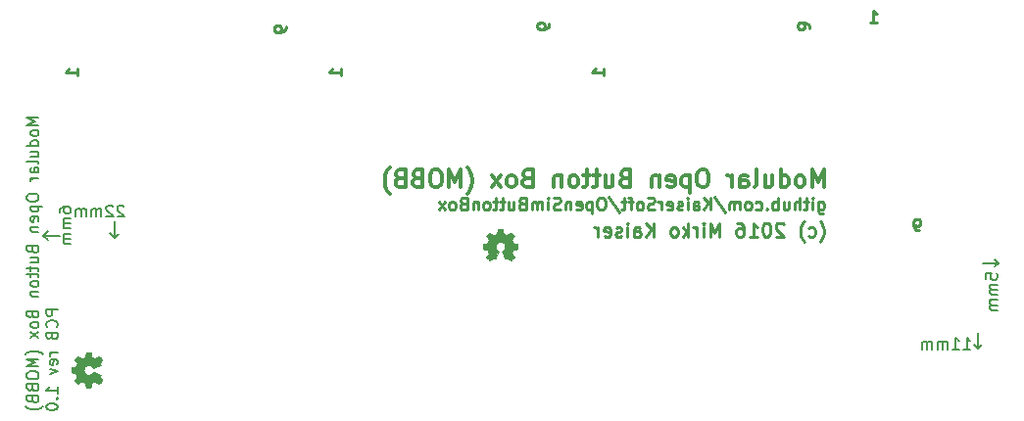
<source format=gbo>
G04 #@! TF.FileFunction,Legend,Bot*
%FSLAX46Y46*%
G04 Gerber Fmt 4.6, Leading zero omitted, Abs format (unit mm)*
G04 Created by KiCad (PCBNEW 4.0.4-stable) date 01/15/17 13:01:21*
%MOMM*%
%LPD*%
G01*
G04 APERTURE LIST*
%ADD10C,0.100000*%
%ADD11C,0.200000*%
%ADD12C,0.150000*%
%ADD13C,0.250000*%
%ADD14C,0.300000*%
%ADD15C,0.002540*%
G04 APERTURE END LIST*
D10*
D11*
X260300000Y-131020000D02*
X259990000Y-131330000D01*
X260000000Y-130720000D02*
X260300000Y-131020000D01*
X260320000Y-131040000D02*
X260000000Y-130720000D01*
X258920000Y-131040000D02*
X260320000Y-131040000D01*
X258525000Y-138417500D02*
X258885000Y-138057500D01*
X258155000Y-138047500D02*
X258525000Y-138417500D01*
X258525000Y-138417500D02*
X258155000Y-138047500D01*
X258525000Y-137077500D02*
X258525000Y-138417500D01*
X178170000Y-129032000D02*
X178180000Y-129032000D01*
X177780000Y-128642000D02*
X178170000Y-129032000D01*
X178190000Y-128232000D02*
X177780000Y-128642000D01*
X177790000Y-128632000D02*
X178190000Y-128232000D01*
X179170000Y-128632000D02*
X177790000Y-128632000D01*
D12*
X177347381Y-118396186D02*
X176347381Y-118396186D01*
X177061667Y-118729520D01*
X176347381Y-119062853D01*
X177347381Y-119062853D01*
X177347381Y-119681900D02*
X177299762Y-119586662D01*
X177252143Y-119539043D01*
X177156905Y-119491424D01*
X176871190Y-119491424D01*
X176775952Y-119539043D01*
X176728333Y-119586662D01*
X176680714Y-119681900D01*
X176680714Y-119824758D01*
X176728333Y-119919996D01*
X176775952Y-119967615D01*
X176871190Y-120015234D01*
X177156905Y-120015234D01*
X177252143Y-119967615D01*
X177299762Y-119919996D01*
X177347381Y-119824758D01*
X177347381Y-119681900D01*
X177347381Y-120872377D02*
X176347381Y-120872377D01*
X177299762Y-120872377D02*
X177347381Y-120777139D01*
X177347381Y-120586662D01*
X177299762Y-120491424D01*
X177252143Y-120443805D01*
X177156905Y-120396186D01*
X176871190Y-120396186D01*
X176775952Y-120443805D01*
X176728333Y-120491424D01*
X176680714Y-120586662D01*
X176680714Y-120777139D01*
X176728333Y-120872377D01*
X176680714Y-121777139D02*
X177347381Y-121777139D01*
X176680714Y-121348567D02*
X177204524Y-121348567D01*
X177299762Y-121396186D01*
X177347381Y-121491424D01*
X177347381Y-121634282D01*
X177299762Y-121729520D01*
X177252143Y-121777139D01*
X177347381Y-122396186D02*
X177299762Y-122300948D01*
X177204524Y-122253329D01*
X176347381Y-122253329D01*
X177347381Y-123205711D02*
X176823571Y-123205711D01*
X176728333Y-123158092D01*
X176680714Y-123062854D01*
X176680714Y-122872377D01*
X176728333Y-122777139D01*
X177299762Y-123205711D02*
X177347381Y-123110473D01*
X177347381Y-122872377D01*
X177299762Y-122777139D01*
X177204524Y-122729520D01*
X177109286Y-122729520D01*
X177014048Y-122777139D01*
X176966429Y-122872377D01*
X176966429Y-123110473D01*
X176918810Y-123205711D01*
X177347381Y-123681901D02*
X176680714Y-123681901D01*
X176871190Y-123681901D02*
X176775952Y-123729520D01*
X176728333Y-123777139D01*
X176680714Y-123872377D01*
X176680714Y-123967616D01*
X176347381Y-125253330D02*
X176347381Y-125443807D01*
X176395000Y-125539045D01*
X176490238Y-125634283D01*
X176680714Y-125681902D01*
X177014048Y-125681902D01*
X177204524Y-125634283D01*
X177299762Y-125539045D01*
X177347381Y-125443807D01*
X177347381Y-125253330D01*
X177299762Y-125158092D01*
X177204524Y-125062854D01*
X177014048Y-125015235D01*
X176680714Y-125015235D01*
X176490238Y-125062854D01*
X176395000Y-125158092D01*
X176347381Y-125253330D01*
X176680714Y-126110473D02*
X177680714Y-126110473D01*
X176728333Y-126110473D02*
X176680714Y-126205711D01*
X176680714Y-126396188D01*
X176728333Y-126491426D01*
X176775952Y-126539045D01*
X176871190Y-126586664D01*
X177156905Y-126586664D01*
X177252143Y-126539045D01*
X177299762Y-126491426D01*
X177347381Y-126396188D01*
X177347381Y-126205711D01*
X177299762Y-126110473D01*
X177299762Y-127396188D02*
X177347381Y-127300950D01*
X177347381Y-127110473D01*
X177299762Y-127015235D01*
X177204524Y-126967616D01*
X176823571Y-126967616D01*
X176728333Y-127015235D01*
X176680714Y-127110473D01*
X176680714Y-127300950D01*
X176728333Y-127396188D01*
X176823571Y-127443807D01*
X176918810Y-127443807D01*
X177014048Y-126967616D01*
X176680714Y-127872378D02*
X177347381Y-127872378D01*
X176775952Y-127872378D02*
X176728333Y-127919997D01*
X176680714Y-128015235D01*
X176680714Y-128158093D01*
X176728333Y-128253331D01*
X176823571Y-128300950D01*
X177347381Y-128300950D01*
X176823571Y-129872379D02*
X176871190Y-130015236D01*
X176918810Y-130062855D01*
X177014048Y-130110474D01*
X177156905Y-130110474D01*
X177252143Y-130062855D01*
X177299762Y-130015236D01*
X177347381Y-129919998D01*
X177347381Y-129539045D01*
X176347381Y-129539045D01*
X176347381Y-129872379D01*
X176395000Y-129967617D01*
X176442619Y-130015236D01*
X176537857Y-130062855D01*
X176633095Y-130062855D01*
X176728333Y-130015236D01*
X176775952Y-129967617D01*
X176823571Y-129872379D01*
X176823571Y-129539045D01*
X176680714Y-130967617D02*
X177347381Y-130967617D01*
X176680714Y-130539045D02*
X177204524Y-130539045D01*
X177299762Y-130586664D01*
X177347381Y-130681902D01*
X177347381Y-130824760D01*
X177299762Y-130919998D01*
X177252143Y-130967617D01*
X176680714Y-131300950D02*
X176680714Y-131681902D01*
X176347381Y-131443807D02*
X177204524Y-131443807D01*
X177299762Y-131491426D01*
X177347381Y-131586664D01*
X177347381Y-131681902D01*
X176680714Y-131872379D02*
X176680714Y-132253331D01*
X176347381Y-132015236D02*
X177204524Y-132015236D01*
X177299762Y-132062855D01*
X177347381Y-132158093D01*
X177347381Y-132253331D01*
X177347381Y-132729522D02*
X177299762Y-132634284D01*
X177252143Y-132586665D01*
X177156905Y-132539046D01*
X176871190Y-132539046D01*
X176775952Y-132586665D01*
X176728333Y-132634284D01*
X176680714Y-132729522D01*
X176680714Y-132872380D01*
X176728333Y-132967618D01*
X176775952Y-133015237D01*
X176871190Y-133062856D01*
X177156905Y-133062856D01*
X177252143Y-133015237D01*
X177299762Y-132967618D01*
X177347381Y-132872380D01*
X177347381Y-132729522D01*
X176680714Y-133491427D02*
X177347381Y-133491427D01*
X176775952Y-133491427D02*
X176728333Y-133539046D01*
X176680714Y-133634284D01*
X176680714Y-133777142D01*
X176728333Y-133872380D01*
X176823571Y-133919999D01*
X177347381Y-133919999D01*
X176823571Y-135491428D02*
X176871190Y-135634285D01*
X176918810Y-135681904D01*
X177014048Y-135729523D01*
X177156905Y-135729523D01*
X177252143Y-135681904D01*
X177299762Y-135634285D01*
X177347381Y-135539047D01*
X177347381Y-135158094D01*
X176347381Y-135158094D01*
X176347381Y-135491428D01*
X176395000Y-135586666D01*
X176442619Y-135634285D01*
X176537857Y-135681904D01*
X176633095Y-135681904D01*
X176728333Y-135634285D01*
X176775952Y-135586666D01*
X176823571Y-135491428D01*
X176823571Y-135158094D01*
X177347381Y-136300951D02*
X177299762Y-136205713D01*
X177252143Y-136158094D01*
X177156905Y-136110475D01*
X176871190Y-136110475D01*
X176775952Y-136158094D01*
X176728333Y-136205713D01*
X176680714Y-136300951D01*
X176680714Y-136443809D01*
X176728333Y-136539047D01*
X176775952Y-136586666D01*
X176871190Y-136634285D01*
X177156905Y-136634285D01*
X177252143Y-136586666D01*
X177299762Y-136539047D01*
X177347381Y-136443809D01*
X177347381Y-136300951D01*
X177347381Y-136967618D02*
X176680714Y-137491428D01*
X176680714Y-136967618D02*
X177347381Y-137491428D01*
X177728333Y-138920000D02*
X177680714Y-138872380D01*
X177537857Y-138777142D01*
X177442619Y-138729523D01*
X177299762Y-138681904D01*
X177061667Y-138634285D01*
X176871190Y-138634285D01*
X176633095Y-138681904D01*
X176490238Y-138729523D01*
X176395000Y-138777142D01*
X176252143Y-138872380D01*
X176204524Y-138920000D01*
X177347381Y-139300952D02*
X176347381Y-139300952D01*
X177061667Y-139634286D01*
X176347381Y-139967619D01*
X177347381Y-139967619D01*
X176347381Y-140634285D02*
X176347381Y-140824762D01*
X176395000Y-140920000D01*
X176490238Y-141015238D01*
X176680714Y-141062857D01*
X177014048Y-141062857D01*
X177204524Y-141015238D01*
X177299762Y-140920000D01*
X177347381Y-140824762D01*
X177347381Y-140634285D01*
X177299762Y-140539047D01*
X177204524Y-140443809D01*
X177014048Y-140396190D01*
X176680714Y-140396190D01*
X176490238Y-140443809D01*
X176395000Y-140539047D01*
X176347381Y-140634285D01*
X176823571Y-141824762D02*
X176871190Y-141967619D01*
X176918810Y-142015238D01*
X177014048Y-142062857D01*
X177156905Y-142062857D01*
X177252143Y-142015238D01*
X177299762Y-141967619D01*
X177347381Y-141872381D01*
X177347381Y-141491428D01*
X176347381Y-141491428D01*
X176347381Y-141824762D01*
X176395000Y-141920000D01*
X176442619Y-141967619D01*
X176537857Y-142015238D01*
X176633095Y-142015238D01*
X176728333Y-141967619D01*
X176775952Y-141920000D01*
X176823571Y-141824762D01*
X176823571Y-141491428D01*
X176823571Y-142824762D02*
X176871190Y-142967619D01*
X176918810Y-143015238D01*
X177014048Y-143062857D01*
X177156905Y-143062857D01*
X177252143Y-143015238D01*
X177299762Y-142967619D01*
X177347381Y-142872381D01*
X177347381Y-142491428D01*
X176347381Y-142491428D01*
X176347381Y-142824762D01*
X176395000Y-142920000D01*
X176442619Y-142967619D01*
X176537857Y-143015238D01*
X176633095Y-143015238D01*
X176728333Y-142967619D01*
X176775952Y-142920000D01*
X176823571Y-142824762D01*
X176823571Y-142491428D01*
X177728333Y-143396190D02*
X177680714Y-143443809D01*
X177537857Y-143539047D01*
X177442619Y-143586666D01*
X177299762Y-143634285D01*
X177061667Y-143681904D01*
X176871190Y-143681904D01*
X176633095Y-143634285D01*
X176490238Y-143586666D01*
X176395000Y-143539047D01*
X176252143Y-143443809D01*
X176204524Y-143396190D01*
X178997381Y-135015237D02*
X177997381Y-135015237D01*
X177997381Y-135396190D01*
X178045000Y-135491428D01*
X178092619Y-135539047D01*
X178187857Y-135586666D01*
X178330714Y-135586666D01*
X178425952Y-135539047D01*
X178473571Y-135491428D01*
X178521190Y-135396190D01*
X178521190Y-135015237D01*
X178902143Y-136586666D02*
X178949762Y-136539047D01*
X178997381Y-136396190D01*
X178997381Y-136300952D01*
X178949762Y-136158094D01*
X178854524Y-136062856D01*
X178759286Y-136015237D01*
X178568810Y-135967618D01*
X178425952Y-135967618D01*
X178235476Y-136015237D01*
X178140238Y-136062856D01*
X178045000Y-136158094D01*
X177997381Y-136300952D01*
X177997381Y-136396190D01*
X178045000Y-136539047D01*
X178092619Y-136586666D01*
X178473571Y-137348571D02*
X178521190Y-137491428D01*
X178568810Y-137539047D01*
X178664048Y-137586666D01*
X178806905Y-137586666D01*
X178902143Y-137539047D01*
X178949762Y-137491428D01*
X178997381Y-137396190D01*
X178997381Y-137015237D01*
X177997381Y-137015237D01*
X177997381Y-137348571D01*
X178045000Y-137443809D01*
X178092619Y-137491428D01*
X178187857Y-137539047D01*
X178283095Y-137539047D01*
X178378333Y-137491428D01*
X178425952Y-137443809D01*
X178473571Y-137348571D01*
X178473571Y-137015237D01*
X178997381Y-138777142D02*
X178330714Y-138777142D01*
X178521190Y-138777142D02*
X178425952Y-138824761D01*
X178378333Y-138872380D01*
X178330714Y-138967618D01*
X178330714Y-139062857D01*
X178949762Y-139777143D02*
X178997381Y-139681905D01*
X178997381Y-139491428D01*
X178949762Y-139396190D01*
X178854524Y-139348571D01*
X178473571Y-139348571D01*
X178378333Y-139396190D01*
X178330714Y-139491428D01*
X178330714Y-139681905D01*
X178378333Y-139777143D01*
X178473571Y-139824762D01*
X178568810Y-139824762D01*
X178664048Y-139348571D01*
X178330714Y-140158095D02*
X178997381Y-140396190D01*
X178330714Y-140634286D01*
X178997381Y-142300953D02*
X178997381Y-141729524D01*
X178997381Y-142015238D02*
X177997381Y-142015238D01*
X178140238Y-141920000D01*
X178235476Y-141824762D01*
X178283095Y-141729524D01*
X178902143Y-142729524D02*
X178949762Y-142777143D01*
X178997381Y-142729524D01*
X178949762Y-142681905D01*
X178902143Y-142729524D01*
X178997381Y-142729524D01*
X177997381Y-143396190D02*
X177997381Y-143491429D01*
X178045000Y-143586667D01*
X178092619Y-143634286D01*
X178187857Y-143681905D01*
X178378333Y-143729524D01*
X178616429Y-143729524D01*
X178806905Y-143681905D01*
X178902143Y-143634286D01*
X178949762Y-143586667D01*
X178997381Y-143491429D01*
X178997381Y-143396190D01*
X178949762Y-143300952D01*
X178902143Y-143253333D01*
X178806905Y-143205714D01*
X178616429Y-143158095D01*
X178378333Y-143158095D01*
X178187857Y-143205714D01*
X178092619Y-143253333D01*
X178045000Y-143300952D01*
X177997381Y-143396190D01*
D11*
X184294500Y-128468500D02*
X184284500Y-128478500D01*
X183934500Y-128828500D02*
X184294500Y-128468500D01*
X183534500Y-128428500D02*
X183934500Y-128828500D01*
X183924500Y-128818500D02*
X183534500Y-128428500D01*
X183924500Y-127368500D02*
X183924500Y-128818500D01*
D12*
X184721238Y-126103119D02*
X184673619Y-126055500D01*
X184578381Y-126007881D01*
X184340285Y-126007881D01*
X184245047Y-126055500D01*
X184197428Y-126103119D01*
X184149809Y-126198357D01*
X184149809Y-126293595D01*
X184197428Y-126436452D01*
X184768857Y-127007881D01*
X184149809Y-127007881D01*
X183768857Y-126103119D02*
X183721238Y-126055500D01*
X183626000Y-126007881D01*
X183387904Y-126007881D01*
X183292666Y-126055500D01*
X183245047Y-126103119D01*
X183197428Y-126198357D01*
X183197428Y-126293595D01*
X183245047Y-126436452D01*
X183816476Y-127007881D01*
X183197428Y-127007881D01*
X182768857Y-127007881D02*
X182768857Y-126341214D01*
X182768857Y-126436452D02*
X182721238Y-126388833D01*
X182626000Y-126341214D01*
X182483142Y-126341214D01*
X182387904Y-126388833D01*
X182340285Y-126484071D01*
X182340285Y-127007881D01*
X182340285Y-126484071D02*
X182292666Y-126388833D01*
X182197428Y-126341214D01*
X182054571Y-126341214D01*
X181959333Y-126388833D01*
X181911714Y-126484071D01*
X181911714Y-127007881D01*
X181435524Y-127007881D02*
X181435524Y-126341214D01*
X181435524Y-126436452D02*
X181387905Y-126388833D01*
X181292667Y-126341214D01*
X181149809Y-126341214D01*
X181054571Y-126388833D01*
X181006952Y-126484071D01*
X181006952Y-127007881D01*
X181006952Y-126484071D02*
X180959333Y-126388833D01*
X180864095Y-126341214D01*
X180721238Y-126341214D01*
X180626000Y-126388833D01*
X180578381Y-126484071D01*
X180578381Y-127007881D01*
X179157381Y-126619144D02*
X179157381Y-126428667D01*
X179205000Y-126333429D01*
X179252619Y-126285810D01*
X179395476Y-126190572D01*
X179585952Y-126142953D01*
X179966905Y-126142953D01*
X180062143Y-126190572D01*
X180109762Y-126238191D01*
X180157381Y-126333429D01*
X180157381Y-126523906D01*
X180109762Y-126619144D01*
X180062143Y-126666763D01*
X179966905Y-126714382D01*
X179728810Y-126714382D01*
X179633571Y-126666763D01*
X179585952Y-126619144D01*
X179538333Y-126523906D01*
X179538333Y-126333429D01*
X179585952Y-126238191D01*
X179633571Y-126190572D01*
X179728810Y-126142953D01*
X180157381Y-127142953D02*
X179490714Y-127142953D01*
X179585952Y-127142953D02*
X179538333Y-127190572D01*
X179490714Y-127285810D01*
X179490714Y-127428668D01*
X179538333Y-127523906D01*
X179633571Y-127571525D01*
X180157381Y-127571525D01*
X179633571Y-127571525D02*
X179538333Y-127619144D01*
X179490714Y-127714382D01*
X179490714Y-127857239D01*
X179538333Y-127952477D01*
X179633571Y-128000096D01*
X180157381Y-128000096D01*
X180157381Y-128476286D02*
X179490714Y-128476286D01*
X179585952Y-128476286D02*
X179538333Y-128523905D01*
X179490714Y-128619143D01*
X179490714Y-128762001D01*
X179538333Y-128857239D01*
X179633571Y-128904858D01*
X180157381Y-128904858D01*
X179633571Y-128904858D02*
X179538333Y-128952477D01*
X179490714Y-129047715D01*
X179490714Y-129190572D01*
X179538333Y-129285810D01*
X179633571Y-129333429D01*
X180157381Y-129333429D01*
X257273809Y-138452381D02*
X257845238Y-138452381D01*
X257559524Y-138452381D02*
X257559524Y-137452381D01*
X257654762Y-137595238D01*
X257750000Y-137690476D01*
X257845238Y-137738095D01*
X256321428Y-138452381D02*
X256892857Y-138452381D01*
X256607143Y-138452381D02*
X256607143Y-137452381D01*
X256702381Y-137595238D01*
X256797619Y-137690476D01*
X256892857Y-137738095D01*
X255892857Y-138452381D02*
X255892857Y-137785714D01*
X255892857Y-137880952D02*
X255845238Y-137833333D01*
X255750000Y-137785714D01*
X255607142Y-137785714D01*
X255511904Y-137833333D01*
X255464285Y-137928571D01*
X255464285Y-138452381D01*
X255464285Y-137928571D02*
X255416666Y-137833333D01*
X255321428Y-137785714D01*
X255178571Y-137785714D01*
X255083333Y-137833333D01*
X255035714Y-137928571D01*
X255035714Y-138452381D01*
X254559524Y-138452381D02*
X254559524Y-137785714D01*
X254559524Y-137880952D02*
X254511905Y-137833333D01*
X254416667Y-137785714D01*
X254273809Y-137785714D01*
X254178571Y-137833333D01*
X254130952Y-137928571D01*
X254130952Y-138452381D01*
X254130952Y-137928571D02*
X254083333Y-137833333D01*
X253988095Y-137785714D01*
X253845238Y-137785714D01*
X253750000Y-137833333D01*
X253702381Y-137928571D01*
X253702381Y-138452381D01*
X259202381Y-132404763D02*
X259202381Y-131928572D01*
X259678571Y-131880953D01*
X259630952Y-131928572D01*
X259583333Y-132023810D01*
X259583333Y-132261906D01*
X259630952Y-132357144D01*
X259678571Y-132404763D01*
X259773810Y-132452382D01*
X260011905Y-132452382D01*
X260107143Y-132404763D01*
X260154762Y-132357144D01*
X260202381Y-132261906D01*
X260202381Y-132023810D01*
X260154762Y-131928572D01*
X260107143Y-131880953D01*
X260202381Y-132880953D02*
X259535714Y-132880953D01*
X259630952Y-132880953D02*
X259583333Y-132928572D01*
X259535714Y-133023810D01*
X259535714Y-133166668D01*
X259583333Y-133261906D01*
X259678571Y-133309525D01*
X260202381Y-133309525D01*
X259678571Y-133309525D02*
X259583333Y-133357144D01*
X259535714Y-133452382D01*
X259535714Y-133595239D01*
X259583333Y-133690477D01*
X259678571Y-133738096D01*
X260202381Y-133738096D01*
X260202381Y-134214286D02*
X259535714Y-134214286D01*
X259630952Y-134214286D02*
X259583333Y-134261905D01*
X259535714Y-134357143D01*
X259535714Y-134500001D01*
X259583333Y-134595239D01*
X259678571Y-134642858D01*
X260202381Y-134642858D01*
X259678571Y-134642858D02*
X259583333Y-134690477D01*
X259535714Y-134785715D01*
X259535714Y-134928572D01*
X259583333Y-135023810D01*
X259678571Y-135071429D01*
X260202381Y-135071429D01*
D13*
X244870686Y-129193800D02*
X244927828Y-129136657D01*
X245042114Y-128965229D01*
X245099257Y-128850943D01*
X245156400Y-128679514D01*
X245213543Y-128393800D01*
X245213543Y-128165229D01*
X245156400Y-127879514D01*
X245099257Y-127708086D01*
X245042114Y-127593800D01*
X244927828Y-127422371D01*
X244870686Y-127365229D01*
X243899257Y-128679514D02*
X244013543Y-128736657D01*
X244242114Y-128736657D01*
X244356400Y-128679514D01*
X244413543Y-128622371D01*
X244470686Y-128508086D01*
X244470686Y-128165229D01*
X244413543Y-128050943D01*
X244356400Y-127993800D01*
X244242114Y-127936657D01*
X244013543Y-127936657D01*
X243899257Y-127993800D01*
X243499257Y-129193800D02*
X243442115Y-129136657D01*
X243327829Y-128965229D01*
X243270686Y-128850943D01*
X243213543Y-128679514D01*
X243156400Y-128393800D01*
X243156400Y-128165229D01*
X243213543Y-127879514D01*
X243270686Y-127708086D01*
X243327829Y-127593800D01*
X243442115Y-127422371D01*
X243499257Y-127365229D01*
X241727829Y-127650943D02*
X241670686Y-127593800D01*
X241556400Y-127536657D01*
X241270686Y-127536657D01*
X241156400Y-127593800D01*
X241099257Y-127650943D01*
X241042114Y-127765229D01*
X241042114Y-127879514D01*
X241099257Y-128050943D01*
X241784971Y-128736657D01*
X241042114Y-128736657D01*
X240299257Y-127536657D02*
X240184972Y-127536657D01*
X240070686Y-127593800D01*
X240013543Y-127650943D01*
X239956400Y-127765229D01*
X239899257Y-127993800D01*
X239899257Y-128279514D01*
X239956400Y-128508086D01*
X240013543Y-128622371D01*
X240070686Y-128679514D01*
X240184972Y-128736657D01*
X240299257Y-128736657D01*
X240413543Y-128679514D01*
X240470686Y-128622371D01*
X240527829Y-128508086D01*
X240584972Y-128279514D01*
X240584972Y-127993800D01*
X240527829Y-127765229D01*
X240470686Y-127650943D01*
X240413543Y-127593800D01*
X240299257Y-127536657D01*
X238756400Y-128736657D02*
X239442115Y-128736657D01*
X239099257Y-128736657D02*
X239099257Y-127536657D01*
X239213543Y-127708086D01*
X239327829Y-127822371D01*
X239442115Y-127879514D01*
X237727829Y-127536657D02*
X237956400Y-127536657D01*
X238070686Y-127593800D01*
X238127829Y-127650943D01*
X238242115Y-127822371D01*
X238299258Y-128050943D01*
X238299258Y-128508086D01*
X238242115Y-128622371D01*
X238184972Y-128679514D01*
X238070686Y-128736657D01*
X237842115Y-128736657D01*
X237727829Y-128679514D01*
X237670686Y-128622371D01*
X237613543Y-128508086D01*
X237613543Y-128222371D01*
X237670686Y-128108086D01*
X237727829Y-128050943D01*
X237842115Y-127993800D01*
X238070686Y-127993800D01*
X238184972Y-128050943D01*
X238242115Y-128108086D01*
X238299258Y-128222371D01*
X236184972Y-128736657D02*
X236184972Y-127536657D01*
X235784972Y-128393800D01*
X235384972Y-127536657D01*
X235384972Y-128736657D01*
X234813543Y-128736657D02*
X234813543Y-127936657D01*
X234813543Y-127536657D02*
X234870686Y-127593800D01*
X234813543Y-127650943D01*
X234756400Y-127593800D01*
X234813543Y-127536657D01*
X234813543Y-127650943D01*
X234242114Y-128736657D02*
X234242114Y-127936657D01*
X234242114Y-128165229D02*
X234184971Y-128050943D01*
X234127828Y-127993800D01*
X234013542Y-127936657D01*
X233899257Y-127936657D01*
X233499257Y-128736657D02*
X233499257Y-127536657D01*
X233384971Y-128279514D02*
X233042114Y-128736657D01*
X233042114Y-127936657D02*
X233499257Y-128393800D01*
X232356399Y-128736657D02*
X232470685Y-128679514D01*
X232527828Y-128622371D01*
X232584971Y-128508086D01*
X232584971Y-128165229D01*
X232527828Y-128050943D01*
X232470685Y-127993800D01*
X232356399Y-127936657D01*
X232184971Y-127936657D01*
X232070685Y-127993800D01*
X232013542Y-128050943D01*
X231956399Y-128165229D01*
X231956399Y-128508086D01*
X232013542Y-128622371D01*
X232070685Y-128679514D01*
X232184971Y-128736657D01*
X232356399Y-128736657D01*
X230527828Y-128736657D02*
X230527828Y-127536657D01*
X229842113Y-128736657D02*
X230356399Y-128050943D01*
X229842113Y-127536657D02*
X230527828Y-128222371D01*
X228813542Y-128736657D02*
X228813542Y-128108086D01*
X228870685Y-127993800D01*
X228984971Y-127936657D01*
X229213542Y-127936657D01*
X229327828Y-127993800D01*
X228813542Y-128679514D02*
X228927828Y-128736657D01*
X229213542Y-128736657D01*
X229327828Y-128679514D01*
X229384971Y-128565229D01*
X229384971Y-128450943D01*
X229327828Y-128336657D01*
X229213542Y-128279514D01*
X228927828Y-128279514D01*
X228813542Y-128222371D01*
X228242114Y-128736657D02*
X228242114Y-127936657D01*
X228242114Y-127536657D02*
X228299257Y-127593800D01*
X228242114Y-127650943D01*
X228184971Y-127593800D01*
X228242114Y-127536657D01*
X228242114Y-127650943D01*
X227727828Y-128679514D02*
X227613542Y-128736657D01*
X227384970Y-128736657D01*
X227270685Y-128679514D01*
X227213542Y-128565229D01*
X227213542Y-128508086D01*
X227270685Y-128393800D01*
X227384970Y-128336657D01*
X227556399Y-128336657D01*
X227670685Y-128279514D01*
X227727828Y-128165229D01*
X227727828Y-128108086D01*
X227670685Y-127993800D01*
X227556399Y-127936657D01*
X227384970Y-127936657D01*
X227270685Y-127993800D01*
X226242113Y-128679514D02*
X226356399Y-128736657D01*
X226584970Y-128736657D01*
X226699256Y-128679514D01*
X226756399Y-128565229D01*
X226756399Y-128108086D01*
X226699256Y-127993800D01*
X226584970Y-127936657D01*
X226356399Y-127936657D01*
X226242113Y-127993800D01*
X226184970Y-128108086D01*
X226184970Y-128222371D01*
X226756399Y-128336657D01*
X225670685Y-128736657D02*
X225670685Y-127936657D01*
X225670685Y-128165229D02*
X225613542Y-128050943D01*
X225556399Y-127993800D01*
X225442113Y-127936657D01*
X225327828Y-127936657D01*
X253440476Y-128202381D02*
X253250000Y-128202381D01*
X253154761Y-128154762D01*
X253107142Y-128107143D01*
X253011904Y-127964286D01*
X252964285Y-127773810D01*
X252964285Y-127392857D01*
X253011904Y-127297619D01*
X253059523Y-127250000D01*
X253154761Y-127202381D01*
X253345238Y-127202381D01*
X253440476Y-127250000D01*
X253488095Y-127297619D01*
X253535714Y-127392857D01*
X253535714Y-127630952D01*
X253488095Y-127726190D01*
X253440476Y-127773810D01*
X253345238Y-127821429D01*
X253154761Y-127821429D01*
X253059523Y-127773810D01*
X253011904Y-127726190D01*
X252964285Y-127630952D01*
X249214285Y-110202381D02*
X249785714Y-110202381D01*
X249500000Y-110202381D02*
X249500000Y-109202381D01*
X249595238Y-109345238D01*
X249690476Y-109440476D01*
X249785714Y-109488095D01*
X243952381Y-110690476D02*
X243952381Y-110500000D01*
X243904762Y-110404761D01*
X243857143Y-110357142D01*
X243714286Y-110261904D01*
X243523810Y-110214285D01*
X243142857Y-110214285D01*
X243047619Y-110261904D01*
X243000000Y-110309523D01*
X242952381Y-110404761D01*
X242952381Y-110595238D01*
X243000000Y-110690476D01*
X243047619Y-110738095D01*
X243142857Y-110785714D01*
X243380952Y-110785714D01*
X243476190Y-110738095D01*
X243523810Y-110690476D01*
X243571429Y-110595238D01*
X243571429Y-110404761D01*
X243523810Y-110309523D01*
X243476190Y-110261904D01*
X243380952Y-110214285D01*
X226202381Y-114785715D02*
X226202381Y-114214286D01*
X226202381Y-114500000D02*
X225202381Y-114500000D01*
X225345238Y-114404762D01*
X225440476Y-114309524D01*
X225488095Y-114214286D01*
X221452381Y-110309524D02*
X221452381Y-110500000D01*
X221404762Y-110595239D01*
X221357143Y-110642858D01*
X221214286Y-110738096D01*
X221023810Y-110785715D01*
X220642857Y-110785715D01*
X220547619Y-110738096D01*
X220500000Y-110690477D01*
X220452381Y-110595239D01*
X220452381Y-110404762D01*
X220500000Y-110309524D01*
X220547619Y-110261905D01*
X220642857Y-110214286D01*
X220880952Y-110214286D01*
X220976190Y-110261905D01*
X221023810Y-110309524D01*
X221071429Y-110404762D01*
X221071429Y-110595239D01*
X221023810Y-110690477D01*
X220976190Y-110738096D01*
X220880952Y-110785715D01*
X203452381Y-114785715D02*
X203452381Y-114214286D01*
X203452381Y-114500000D02*
X202452381Y-114500000D01*
X202595238Y-114404762D01*
X202690476Y-114309524D01*
X202738095Y-114214286D01*
X198702381Y-110559524D02*
X198702381Y-110750000D01*
X198654762Y-110845239D01*
X198607143Y-110892858D01*
X198464286Y-110988096D01*
X198273810Y-111035715D01*
X197892857Y-111035715D01*
X197797619Y-110988096D01*
X197750000Y-110940477D01*
X197702381Y-110845239D01*
X197702381Y-110654762D01*
X197750000Y-110559524D01*
X197797619Y-110511905D01*
X197892857Y-110464286D01*
X198130952Y-110464286D01*
X198226190Y-110511905D01*
X198273810Y-110559524D01*
X198321429Y-110654762D01*
X198321429Y-110845239D01*
X198273810Y-110940477D01*
X198226190Y-110988096D01*
X198130952Y-111035715D01*
X180702381Y-114785715D02*
X180702381Y-114214286D01*
X180702381Y-114500000D02*
X179702381Y-114500000D01*
X179845238Y-114404762D01*
X179940476Y-114309524D01*
X179988095Y-114214286D01*
X244725000Y-125708200D02*
X244725000Y-126558200D01*
X244775000Y-126658200D01*
X244825000Y-126708200D01*
X244925000Y-126758200D01*
X245075000Y-126758200D01*
X245175000Y-126708200D01*
X244725000Y-126358200D02*
X244825000Y-126408200D01*
X245025000Y-126408200D01*
X245125000Y-126358200D01*
X245175000Y-126308200D01*
X245225000Y-126208200D01*
X245225000Y-125908200D01*
X245175000Y-125808200D01*
X245125000Y-125758200D01*
X245025000Y-125708200D01*
X244825000Y-125708200D01*
X244725000Y-125758200D01*
X244225000Y-126408200D02*
X244225000Y-125708200D01*
X244225000Y-125358200D02*
X244275000Y-125408200D01*
X244225000Y-125458200D01*
X244175000Y-125408200D01*
X244225000Y-125358200D01*
X244225000Y-125458200D01*
X243875000Y-125708200D02*
X243475000Y-125708200D01*
X243725000Y-125358200D02*
X243725000Y-126258200D01*
X243675000Y-126358200D01*
X243575000Y-126408200D01*
X243475000Y-126408200D01*
X243125000Y-126408200D02*
X243125000Y-125358200D01*
X242675000Y-126408200D02*
X242675000Y-125858200D01*
X242725000Y-125758200D01*
X242825000Y-125708200D01*
X242975000Y-125708200D01*
X243075000Y-125758200D01*
X243125000Y-125808200D01*
X241725000Y-125708200D02*
X241725000Y-126408200D01*
X242175000Y-125708200D02*
X242175000Y-126258200D01*
X242125000Y-126358200D01*
X242025000Y-126408200D01*
X241875000Y-126408200D01*
X241775000Y-126358200D01*
X241725000Y-126308200D01*
X241225000Y-126408200D02*
X241225000Y-125358200D01*
X241225000Y-125758200D02*
X241125000Y-125708200D01*
X240925000Y-125708200D01*
X240825000Y-125758200D01*
X240775000Y-125808200D01*
X240725000Y-125908200D01*
X240725000Y-126208200D01*
X240775000Y-126308200D01*
X240825000Y-126358200D01*
X240925000Y-126408200D01*
X241125000Y-126408200D01*
X241225000Y-126358200D01*
X240275000Y-126308200D02*
X240225000Y-126358200D01*
X240275000Y-126408200D01*
X240325000Y-126358200D01*
X240275000Y-126308200D01*
X240275000Y-126408200D01*
X239325000Y-126358200D02*
X239425000Y-126408200D01*
X239625000Y-126408200D01*
X239725000Y-126358200D01*
X239775000Y-126308200D01*
X239825000Y-126208200D01*
X239825000Y-125908200D01*
X239775000Y-125808200D01*
X239725000Y-125758200D01*
X239625000Y-125708200D01*
X239425000Y-125708200D01*
X239325000Y-125758200D01*
X238725000Y-126408200D02*
X238825000Y-126358200D01*
X238875000Y-126308200D01*
X238925000Y-126208200D01*
X238925000Y-125908200D01*
X238875000Y-125808200D01*
X238825000Y-125758200D01*
X238725000Y-125708200D01*
X238575000Y-125708200D01*
X238475000Y-125758200D01*
X238425000Y-125808200D01*
X238375000Y-125908200D01*
X238375000Y-126208200D01*
X238425000Y-126308200D01*
X238475000Y-126358200D01*
X238575000Y-126408200D01*
X238725000Y-126408200D01*
X237925000Y-126408200D02*
X237925000Y-125708200D01*
X237925000Y-125808200D02*
X237875000Y-125758200D01*
X237775000Y-125708200D01*
X237625000Y-125708200D01*
X237525000Y-125758200D01*
X237475000Y-125858200D01*
X237475000Y-126408200D01*
X237475000Y-125858200D02*
X237425000Y-125758200D01*
X237325000Y-125708200D01*
X237175000Y-125708200D01*
X237075000Y-125758200D01*
X237025000Y-125858200D01*
X237025000Y-126408200D01*
X235775000Y-125308200D02*
X236675000Y-126658200D01*
X235425000Y-126408200D02*
X235425000Y-125358200D01*
X234825000Y-126408200D02*
X235275000Y-125808200D01*
X234825000Y-125358200D02*
X235425000Y-125958200D01*
X233925000Y-126408200D02*
X233925000Y-125858200D01*
X233975000Y-125758200D01*
X234075000Y-125708200D01*
X234275000Y-125708200D01*
X234375000Y-125758200D01*
X233925000Y-126358200D02*
X234025000Y-126408200D01*
X234275000Y-126408200D01*
X234375000Y-126358200D01*
X234425000Y-126258200D01*
X234425000Y-126158200D01*
X234375000Y-126058200D01*
X234275000Y-126008200D01*
X234025000Y-126008200D01*
X233925000Y-125958200D01*
X233425000Y-126408200D02*
X233425000Y-125708200D01*
X233425000Y-125358200D02*
X233475000Y-125408200D01*
X233425000Y-125458200D01*
X233375000Y-125408200D01*
X233425000Y-125358200D01*
X233425000Y-125458200D01*
X232975000Y-126358200D02*
X232875000Y-126408200D01*
X232675000Y-126408200D01*
X232575000Y-126358200D01*
X232525000Y-126258200D01*
X232525000Y-126208200D01*
X232575000Y-126108200D01*
X232675000Y-126058200D01*
X232825000Y-126058200D01*
X232925000Y-126008200D01*
X232975000Y-125908200D01*
X232975000Y-125858200D01*
X232925000Y-125758200D01*
X232825000Y-125708200D01*
X232675000Y-125708200D01*
X232575000Y-125758200D01*
X231675000Y-126358200D02*
X231775000Y-126408200D01*
X231975000Y-126408200D01*
X232075000Y-126358200D01*
X232125000Y-126258200D01*
X232125000Y-125858200D01*
X232075000Y-125758200D01*
X231975000Y-125708200D01*
X231775000Y-125708200D01*
X231675000Y-125758200D01*
X231625000Y-125858200D01*
X231625000Y-125958200D01*
X232125000Y-126058200D01*
X231175000Y-126408200D02*
X231175000Y-125708200D01*
X231175000Y-125908200D02*
X231125000Y-125808200D01*
X231075000Y-125758200D01*
X230975000Y-125708200D01*
X230875000Y-125708200D01*
X230575000Y-126358200D02*
X230425000Y-126408200D01*
X230175000Y-126408200D01*
X230075000Y-126358200D01*
X230025000Y-126308200D01*
X229975000Y-126208200D01*
X229975000Y-126108200D01*
X230025000Y-126008200D01*
X230075000Y-125958200D01*
X230175000Y-125908200D01*
X230375000Y-125858200D01*
X230475000Y-125808200D01*
X230525000Y-125758200D01*
X230575000Y-125658200D01*
X230575000Y-125558200D01*
X230525000Y-125458200D01*
X230475000Y-125408200D01*
X230375000Y-125358200D01*
X230125000Y-125358200D01*
X229975000Y-125408200D01*
X229375000Y-126408200D02*
X229475000Y-126358200D01*
X229525000Y-126308200D01*
X229575000Y-126208200D01*
X229575000Y-125908200D01*
X229525000Y-125808200D01*
X229475000Y-125758200D01*
X229375000Y-125708200D01*
X229225000Y-125708200D01*
X229125000Y-125758200D01*
X229075000Y-125808200D01*
X229025000Y-125908200D01*
X229025000Y-126208200D01*
X229075000Y-126308200D01*
X229125000Y-126358200D01*
X229225000Y-126408200D01*
X229375000Y-126408200D01*
X228725000Y-125708200D02*
X228325000Y-125708200D01*
X228575000Y-126408200D02*
X228575000Y-125508200D01*
X228525000Y-125408200D01*
X228425000Y-125358200D01*
X228325000Y-125358200D01*
X228125000Y-125708200D02*
X227725000Y-125708200D01*
X227975000Y-125358200D02*
X227975000Y-126258200D01*
X227925000Y-126358200D01*
X227825000Y-126408200D01*
X227725000Y-126408200D01*
X226625000Y-125308200D02*
X227525000Y-126658200D01*
X226075000Y-125358200D02*
X225875000Y-125358200D01*
X225775000Y-125408200D01*
X225675000Y-125508200D01*
X225625000Y-125708200D01*
X225625000Y-126058200D01*
X225675000Y-126258200D01*
X225775000Y-126358200D01*
X225875000Y-126408200D01*
X226075000Y-126408200D01*
X226175000Y-126358200D01*
X226275000Y-126258200D01*
X226325000Y-126058200D01*
X226325000Y-125708200D01*
X226275000Y-125508200D01*
X226175000Y-125408200D01*
X226075000Y-125358200D01*
X225175000Y-125708200D02*
X225175000Y-126758200D01*
X225175000Y-125758200D02*
X225075000Y-125708200D01*
X224875000Y-125708200D01*
X224775000Y-125758200D01*
X224725000Y-125808200D01*
X224675000Y-125908200D01*
X224675000Y-126208200D01*
X224725000Y-126308200D01*
X224775000Y-126358200D01*
X224875000Y-126408200D01*
X225075000Y-126408200D01*
X225175000Y-126358200D01*
X223825000Y-126358200D02*
X223925000Y-126408200D01*
X224125000Y-126408200D01*
X224225000Y-126358200D01*
X224275000Y-126258200D01*
X224275000Y-125858200D01*
X224225000Y-125758200D01*
X224125000Y-125708200D01*
X223925000Y-125708200D01*
X223825000Y-125758200D01*
X223775000Y-125858200D01*
X223775000Y-125958200D01*
X224275000Y-126058200D01*
X223325000Y-125708200D02*
X223325000Y-126408200D01*
X223325000Y-125808200D02*
X223275000Y-125758200D01*
X223175000Y-125708200D01*
X223025000Y-125708200D01*
X222925000Y-125758200D01*
X222875000Y-125858200D01*
X222875000Y-126408200D01*
X222425000Y-126358200D02*
X222275000Y-126408200D01*
X222025000Y-126408200D01*
X221925000Y-126358200D01*
X221875000Y-126308200D01*
X221825000Y-126208200D01*
X221825000Y-126108200D01*
X221875000Y-126008200D01*
X221925000Y-125958200D01*
X222025000Y-125908200D01*
X222225000Y-125858200D01*
X222325000Y-125808200D01*
X222375000Y-125758200D01*
X222425000Y-125658200D01*
X222425000Y-125558200D01*
X222375000Y-125458200D01*
X222325000Y-125408200D01*
X222225000Y-125358200D01*
X221975000Y-125358200D01*
X221825000Y-125408200D01*
X221375000Y-126408200D02*
X221375000Y-125708200D01*
X221375000Y-125358200D02*
X221425000Y-125408200D01*
X221375000Y-125458200D01*
X221325000Y-125408200D01*
X221375000Y-125358200D01*
X221375000Y-125458200D01*
X220875000Y-126408200D02*
X220875000Y-125708200D01*
X220875000Y-125808200D02*
X220825000Y-125758200D01*
X220725000Y-125708200D01*
X220575000Y-125708200D01*
X220475000Y-125758200D01*
X220425000Y-125858200D01*
X220425000Y-126408200D01*
X220425000Y-125858200D02*
X220375000Y-125758200D01*
X220275000Y-125708200D01*
X220125000Y-125708200D01*
X220025000Y-125758200D01*
X219975000Y-125858200D01*
X219975000Y-126408200D01*
X219125000Y-125858200D02*
X218975000Y-125908200D01*
X218925000Y-125958200D01*
X218875000Y-126058200D01*
X218875000Y-126208200D01*
X218925000Y-126308200D01*
X218975000Y-126358200D01*
X219075000Y-126408200D01*
X219475000Y-126408200D01*
X219475000Y-125358200D01*
X219125000Y-125358200D01*
X219025000Y-125408200D01*
X218975000Y-125458200D01*
X218925000Y-125558200D01*
X218925000Y-125658200D01*
X218975000Y-125758200D01*
X219025000Y-125808200D01*
X219125000Y-125858200D01*
X219475000Y-125858200D01*
X217975000Y-125708200D02*
X217975000Y-126408200D01*
X218425000Y-125708200D02*
X218425000Y-126258200D01*
X218375000Y-126358200D01*
X218275000Y-126408200D01*
X218125000Y-126408200D01*
X218025000Y-126358200D01*
X217975000Y-126308200D01*
X217625000Y-125708200D02*
X217225000Y-125708200D01*
X217475000Y-125358200D02*
X217475000Y-126258200D01*
X217425000Y-126358200D01*
X217325000Y-126408200D01*
X217225000Y-126408200D01*
X217025000Y-125708200D02*
X216625000Y-125708200D01*
X216875000Y-125358200D02*
X216875000Y-126258200D01*
X216825000Y-126358200D01*
X216725000Y-126408200D01*
X216625000Y-126408200D01*
X216125000Y-126408200D02*
X216225000Y-126358200D01*
X216275000Y-126308200D01*
X216325000Y-126208200D01*
X216325000Y-125908200D01*
X216275000Y-125808200D01*
X216225000Y-125758200D01*
X216125000Y-125708200D01*
X215975000Y-125708200D01*
X215875000Y-125758200D01*
X215825000Y-125808200D01*
X215775000Y-125908200D01*
X215775000Y-126208200D01*
X215825000Y-126308200D01*
X215875000Y-126358200D01*
X215975000Y-126408200D01*
X216125000Y-126408200D01*
X215325000Y-125708200D02*
X215325000Y-126408200D01*
X215325000Y-125808200D02*
X215275000Y-125758200D01*
X215175000Y-125708200D01*
X215025000Y-125708200D01*
X214925000Y-125758200D01*
X214875000Y-125858200D01*
X214875000Y-126408200D01*
X214025000Y-125858200D02*
X213875000Y-125908200D01*
X213825000Y-125958200D01*
X213775000Y-126058200D01*
X213775000Y-126208200D01*
X213825000Y-126308200D01*
X213875000Y-126358200D01*
X213975000Y-126408200D01*
X214375000Y-126408200D01*
X214375000Y-125358200D01*
X214025000Y-125358200D01*
X213925000Y-125408200D01*
X213875000Y-125458200D01*
X213825000Y-125558200D01*
X213825000Y-125658200D01*
X213875000Y-125758200D01*
X213925000Y-125808200D01*
X214025000Y-125858200D01*
X214375000Y-125858200D01*
X213175000Y-126408200D02*
X213275000Y-126358200D01*
X213325000Y-126308200D01*
X213375000Y-126208200D01*
X213375000Y-125908200D01*
X213325000Y-125808200D01*
X213275000Y-125758200D01*
X213175000Y-125708200D01*
X213025000Y-125708200D01*
X212925000Y-125758200D01*
X212875000Y-125808200D01*
X212825000Y-125908200D01*
X212825000Y-126208200D01*
X212875000Y-126308200D01*
X212925000Y-126358200D01*
X213025000Y-126408200D01*
X213175000Y-126408200D01*
X212475000Y-126408200D02*
X211925000Y-125708200D01*
X212475000Y-125708200D02*
X211925000Y-126408200D01*
D14*
X245184657Y-124452771D02*
X245184657Y-122952771D01*
X244684657Y-124024200D01*
X244184657Y-122952771D01*
X244184657Y-124452771D01*
X243256085Y-124452771D02*
X243398943Y-124381343D01*
X243470371Y-124309914D01*
X243541800Y-124167057D01*
X243541800Y-123738486D01*
X243470371Y-123595629D01*
X243398943Y-123524200D01*
X243256085Y-123452771D01*
X243041800Y-123452771D01*
X242898943Y-123524200D01*
X242827514Y-123595629D01*
X242756085Y-123738486D01*
X242756085Y-124167057D01*
X242827514Y-124309914D01*
X242898943Y-124381343D01*
X243041800Y-124452771D01*
X243256085Y-124452771D01*
X241470371Y-124452771D02*
X241470371Y-122952771D01*
X241470371Y-124381343D02*
X241613228Y-124452771D01*
X241898942Y-124452771D01*
X242041800Y-124381343D01*
X242113228Y-124309914D01*
X242184657Y-124167057D01*
X242184657Y-123738486D01*
X242113228Y-123595629D01*
X242041800Y-123524200D01*
X241898942Y-123452771D01*
X241613228Y-123452771D01*
X241470371Y-123524200D01*
X240113228Y-123452771D02*
X240113228Y-124452771D01*
X240756085Y-123452771D02*
X240756085Y-124238486D01*
X240684657Y-124381343D01*
X240541799Y-124452771D01*
X240327514Y-124452771D01*
X240184657Y-124381343D01*
X240113228Y-124309914D01*
X239184656Y-124452771D02*
X239327514Y-124381343D01*
X239398942Y-124238486D01*
X239398942Y-122952771D01*
X237970371Y-124452771D02*
X237970371Y-123667057D01*
X238041800Y-123524200D01*
X238184657Y-123452771D01*
X238470371Y-123452771D01*
X238613228Y-123524200D01*
X237970371Y-124381343D02*
X238113228Y-124452771D01*
X238470371Y-124452771D01*
X238613228Y-124381343D01*
X238684657Y-124238486D01*
X238684657Y-124095629D01*
X238613228Y-123952771D01*
X238470371Y-123881343D01*
X238113228Y-123881343D01*
X237970371Y-123809914D01*
X237256085Y-124452771D02*
X237256085Y-123452771D01*
X237256085Y-123738486D02*
X237184657Y-123595629D01*
X237113228Y-123524200D01*
X236970371Y-123452771D01*
X236827514Y-123452771D01*
X234898943Y-122952771D02*
X234613229Y-122952771D01*
X234470371Y-123024200D01*
X234327514Y-123167057D01*
X234256086Y-123452771D01*
X234256086Y-123952771D01*
X234327514Y-124238486D01*
X234470371Y-124381343D01*
X234613229Y-124452771D01*
X234898943Y-124452771D01*
X235041800Y-124381343D01*
X235184657Y-124238486D01*
X235256086Y-123952771D01*
X235256086Y-123452771D01*
X235184657Y-123167057D01*
X235041800Y-123024200D01*
X234898943Y-122952771D01*
X233613228Y-123452771D02*
X233613228Y-124952771D01*
X233613228Y-123524200D02*
X233470371Y-123452771D01*
X233184657Y-123452771D01*
X233041800Y-123524200D01*
X232970371Y-123595629D01*
X232898942Y-123738486D01*
X232898942Y-124167057D01*
X232970371Y-124309914D01*
X233041800Y-124381343D01*
X233184657Y-124452771D01*
X233470371Y-124452771D01*
X233613228Y-124381343D01*
X231684657Y-124381343D02*
X231827514Y-124452771D01*
X232113228Y-124452771D01*
X232256085Y-124381343D01*
X232327514Y-124238486D01*
X232327514Y-123667057D01*
X232256085Y-123524200D01*
X232113228Y-123452771D01*
X231827514Y-123452771D01*
X231684657Y-123524200D01*
X231613228Y-123667057D01*
X231613228Y-123809914D01*
X232327514Y-123952771D01*
X230970371Y-123452771D02*
X230970371Y-124452771D01*
X230970371Y-123595629D02*
X230898943Y-123524200D01*
X230756085Y-123452771D01*
X230541800Y-123452771D01*
X230398943Y-123524200D01*
X230327514Y-123667057D01*
X230327514Y-124452771D01*
X227970371Y-123667057D02*
X227756085Y-123738486D01*
X227684657Y-123809914D01*
X227613228Y-123952771D01*
X227613228Y-124167057D01*
X227684657Y-124309914D01*
X227756085Y-124381343D01*
X227898943Y-124452771D01*
X228470371Y-124452771D01*
X228470371Y-122952771D01*
X227970371Y-122952771D01*
X227827514Y-123024200D01*
X227756085Y-123095629D01*
X227684657Y-123238486D01*
X227684657Y-123381343D01*
X227756085Y-123524200D01*
X227827514Y-123595629D01*
X227970371Y-123667057D01*
X228470371Y-123667057D01*
X226327514Y-123452771D02*
X226327514Y-124452771D01*
X226970371Y-123452771D02*
X226970371Y-124238486D01*
X226898943Y-124381343D01*
X226756085Y-124452771D01*
X226541800Y-124452771D01*
X226398943Y-124381343D01*
X226327514Y-124309914D01*
X225827514Y-123452771D02*
X225256085Y-123452771D01*
X225613228Y-122952771D02*
X225613228Y-124238486D01*
X225541800Y-124381343D01*
X225398942Y-124452771D01*
X225256085Y-124452771D01*
X224970371Y-123452771D02*
X224398942Y-123452771D01*
X224756085Y-122952771D02*
X224756085Y-124238486D01*
X224684657Y-124381343D01*
X224541799Y-124452771D01*
X224398942Y-124452771D01*
X223684656Y-124452771D02*
X223827514Y-124381343D01*
X223898942Y-124309914D01*
X223970371Y-124167057D01*
X223970371Y-123738486D01*
X223898942Y-123595629D01*
X223827514Y-123524200D01*
X223684656Y-123452771D01*
X223470371Y-123452771D01*
X223327514Y-123524200D01*
X223256085Y-123595629D01*
X223184656Y-123738486D01*
X223184656Y-124167057D01*
X223256085Y-124309914D01*
X223327514Y-124381343D01*
X223470371Y-124452771D01*
X223684656Y-124452771D01*
X222541799Y-123452771D02*
X222541799Y-124452771D01*
X222541799Y-123595629D02*
X222470371Y-123524200D01*
X222327513Y-123452771D01*
X222113228Y-123452771D01*
X221970371Y-123524200D01*
X221898942Y-123667057D01*
X221898942Y-124452771D01*
X219541799Y-123667057D02*
X219327513Y-123738486D01*
X219256085Y-123809914D01*
X219184656Y-123952771D01*
X219184656Y-124167057D01*
X219256085Y-124309914D01*
X219327513Y-124381343D01*
X219470371Y-124452771D01*
X220041799Y-124452771D01*
X220041799Y-122952771D01*
X219541799Y-122952771D01*
X219398942Y-123024200D01*
X219327513Y-123095629D01*
X219256085Y-123238486D01*
X219256085Y-123381343D01*
X219327513Y-123524200D01*
X219398942Y-123595629D01*
X219541799Y-123667057D01*
X220041799Y-123667057D01*
X218327513Y-124452771D02*
X218470371Y-124381343D01*
X218541799Y-124309914D01*
X218613228Y-124167057D01*
X218613228Y-123738486D01*
X218541799Y-123595629D01*
X218470371Y-123524200D01*
X218327513Y-123452771D01*
X218113228Y-123452771D01*
X217970371Y-123524200D01*
X217898942Y-123595629D01*
X217827513Y-123738486D01*
X217827513Y-124167057D01*
X217898942Y-124309914D01*
X217970371Y-124381343D01*
X218113228Y-124452771D01*
X218327513Y-124452771D01*
X217327513Y-124452771D02*
X216541799Y-123452771D01*
X217327513Y-123452771D02*
X216541799Y-124452771D01*
X214398942Y-125024200D02*
X214470370Y-124952771D01*
X214613227Y-124738486D01*
X214684656Y-124595629D01*
X214756085Y-124381343D01*
X214827513Y-124024200D01*
X214827513Y-123738486D01*
X214756085Y-123381343D01*
X214684656Y-123167057D01*
X214613227Y-123024200D01*
X214470370Y-122809914D01*
X214398942Y-122738486D01*
X213827513Y-124452771D02*
X213827513Y-122952771D01*
X213327513Y-124024200D01*
X212827513Y-122952771D01*
X212827513Y-124452771D01*
X211827513Y-122952771D02*
X211541799Y-122952771D01*
X211398941Y-123024200D01*
X211256084Y-123167057D01*
X211184656Y-123452771D01*
X211184656Y-123952771D01*
X211256084Y-124238486D01*
X211398941Y-124381343D01*
X211541799Y-124452771D01*
X211827513Y-124452771D01*
X211970370Y-124381343D01*
X212113227Y-124238486D01*
X212184656Y-123952771D01*
X212184656Y-123452771D01*
X212113227Y-123167057D01*
X211970370Y-123024200D01*
X211827513Y-122952771D01*
X210041798Y-123667057D02*
X209827512Y-123738486D01*
X209756084Y-123809914D01*
X209684655Y-123952771D01*
X209684655Y-124167057D01*
X209756084Y-124309914D01*
X209827512Y-124381343D01*
X209970370Y-124452771D01*
X210541798Y-124452771D01*
X210541798Y-122952771D01*
X210041798Y-122952771D01*
X209898941Y-123024200D01*
X209827512Y-123095629D01*
X209756084Y-123238486D01*
X209756084Y-123381343D01*
X209827512Y-123524200D01*
X209898941Y-123595629D01*
X210041798Y-123667057D01*
X210541798Y-123667057D01*
X208541798Y-123667057D02*
X208327512Y-123738486D01*
X208256084Y-123809914D01*
X208184655Y-123952771D01*
X208184655Y-124167057D01*
X208256084Y-124309914D01*
X208327512Y-124381343D01*
X208470370Y-124452771D01*
X209041798Y-124452771D01*
X209041798Y-122952771D01*
X208541798Y-122952771D01*
X208398941Y-123024200D01*
X208327512Y-123095629D01*
X208256084Y-123238486D01*
X208256084Y-123381343D01*
X208327512Y-123524200D01*
X208398941Y-123595629D01*
X208541798Y-123667057D01*
X209041798Y-123667057D01*
X207684655Y-125024200D02*
X207613227Y-124952771D01*
X207470370Y-124738486D01*
X207398941Y-124595629D01*
X207327512Y-124381343D01*
X207256084Y-124024200D01*
X207256084Y-123738486D01*
X207327512Y-123381343D01*
X207398941Y-123167057D01*
X207470370Y-123024200D01*
X207613227Y-122809914D01*
X207684655Y-122738486D01*
D15*
G36*
X182854600Y-139349480D02*
X182846980Y-139367260D01*
X182824120Y-139400280D01*
X182791100Y-139451080D01*
X182753000Y-139509500D01*
X182712360Y-139570460D01*
X182679340Y-139618720D01*
X182656480Y-139654280D01*
X182648860Y-139666980D01*
X182651400Y-139674600D01*
X182666640Y-139702540D01*
X182686960Y-139743180D01*
X182699660Y-139768580D01*
X182714900Y-139806680D01*
X182719980Y-139824460D01*
X182714900Y-139827000D01*
X182684420Y-139842240D01*
X182636160Y-139862560D01*
X182570120Y-139890500D01*
X182493920Y-139923520D01*
X182412640Y-139959080D01*
X182328820Y-139992100D01*
X182250080Y-140025120D01*
X182176420Y-140055600D01*
X182118000Y-140078460D01*
X182077360Y-140093700D01*
X182059580Y-140101320D01*
X182057040Y-140098780D01*
X182039260Y-140081000D01*
X182013860Y-140047980D01*
X181955440Y-139976860D01*
X181869080Y-139905740D01*
X181770020Y-139862560D01*
X181658260Y-139849860D01*
X181556660Y-139860020D01*
X181460140Y-139900660D01*
X181371240Y-139969240D01*
X181305200Y-140053060D01*
X181264560Y-140149580D01*
X181251860Y-140258800D01*
X181262020Y-140362940D01*
X181302660Y-140462000D01*
X181368700Y-140550900D01*
X181411880Y-140589000D01*
X181503320Y-140639800D01*
X181597300Y-140670280D01*
X181620160Y-140672820D01*
X181726840Y-140667740D01*
X181828440Y-140637260D01*
X181917340Y-140581380D01*
X181991000Y-140505180D01*
X181998620Y-140495020D01*
X182026560Y-140459460D01*
X182044340Y-140434060D01*
X182059580Y-140416280D01*
X182382160Y-140550900D01*
X182432960Y-140571220D01*
X182521860Y-140609320D01*
X182598060Y-140639800D01*
X182659020Y-140667740D01*
X182699660Y-140685520D01*
X182714900Y-140693140D01*
X182714900Y-140693140D01*
X182717440Y-140705840D01*
X182709820Y-140728700D01*
X182686960Y-140774420D01*
X182671720Y-140804900D01*
X182656480Y-140837920D01*
X182648860Y-140853160D01*
X182656480Y-140868400D01*
X182676800Y-140901420D01*
X182709820Y-140947140D01*
X182747920Y-141005560D01*
X182786020Y-141061440D01*
X182819040Y-141112240D01*
X182844440Y-141147800D01*
X182852060Y-141165580D01*
X182852060Y-141168120D01*
X182844440Y-141185900D01*
X182819040Y-141213840D01*
X182778400Y-141257020D01*
X182717440Y-141320520D01*
X182707280Y-141330680D01*
X182656480Y-141381480D01*
X182610760Y-141422120D01*
X182580280Y-141450060D01*
X182567580Y-141460220D01*
X182567580Y-141460220D01*
X182549800Y-141450060D01*
X182511700Y-141427200D01*
X182460900Y-141394180D01*
X182399940Y-141353540D01*
X182245000Y-141246860D01*
X182100220Y-141305280D01*
X182054500Y-141323060D01*
X181998620Y-141345920D01*
X181960520Y-141363700D01*
X181942740Y-141371320D01*
X181937660Y-141389100D01*
X181927500Y-141427200D01*
X181917340Y-141485620D01*
X181904640Y-141556740D01*
X181891940Y-141622780D01*
X181879240Y-141681200D01*
X181871620Y-141724380D01*
X181869080Y-141744700D01*
X181864000Y-141749780D01*
X181856380Y-141752320D01*
X181836060Y-141754860D01*
X181797960Y-141757400D01*
X181742080Y-141757400D01*
X181658260Y-141757400D01*
X181650640Y-141757400D01*
X181571900Y-141757400D01*
X181508400Y-141754860D01*
X181470300Y-141752320D01*
X181452520Y-141749780D01*
X181452520Y-141749780D01*
X181447440Y-141732000D01*
X181439820Y-141688820D01*
X181427120Y-141630400D01*
X181414420Y-141559280D01*
X181414420Y-141554200D01*
X181399180Y-141483080D01*
X181386480Y-141424660D01*
X181378860Y-141381480D01*
X181371240Y-141363700D01*
X181366160Y-141361160D01*
X181338220Y-141345920D01*
X181295040Y-141325600D01*
X181241700Y-141302740D01*
X181185820Y-141279880D01*
X181135020Y-141259560D01*
X181099460Y-141246860D01*
X181081680Y-141241780D01*
X181081680Y-141241780D01*
X181063900Y-141251940D01*
X181028340Y-141277340D01*
X180977540Y-141312900D01*
X180916580Y-141353540D01*
X180911500Y-141356080D01*
X180850540Y-141396720D01*
X180799740Y-141429740D01*
X180764180Y-141452600D01*
X180748940Y-141460220D01*
X180746400Y-141460220D01*
X180728620Y-141447520D01*
X180695600Y-141417040D01*
X180649880Y-141371320D01*
X180596540Y-141320520D01*
X180581300Y-141302740D01*
X180522880Y-141244320D01*
X180487320Y-141203680D01*
X180467000Y-141178280D01*
X180461920Y-141168120D01*
X180461920Y-141165580D01*
X180472080Y-141147800D01*
X180497480Y-141109700D01*
X180533040Y-141058900D01*
X180573680Y-140997940D01*
X180576220Y-140995400D01*
X180616860Y-140934440D01*
X180652420Y-140883640D01*
X180675280Y-140848080D01*
X180682900Y-140832840D01*
X180682900Y-140830300D01*
X180677820Y-140807440D01*
X180662580Y-140764260D01*
X180642260Y-140710920D01*
X180619400Y-140655040D01*
X180599080Y-140604240D01*
X180581300Y-140568680D01*
X180571140Y-140550900D01*
X180571140Y-140548360D01*
X180548280Y-140543280D01*
X180502560Y-140533120D01*
X180441600Y-140520420D01*
X180367940Y-140505180D01*
X180357780Y-140502640D01*
X180284120Y-140489940D01*
X180225700Y-140479780D01*
X180185060Y-140469620D01*
X180167280Y-140467080D01*
X180167280Y-140456920D01*
X180164740Y-140421360D01*
X180162200Y-140368020D01*
X180162200Y-140301980D01*
X180162200Y-140235940D01*
X180162200Y-140169900D01*
X180164740Y-140114020D01*
X180167280Y-140073380D01*
X180172360Y-140055600D01*
X180172360Y-140055600D01*
X180195220Y-140050520D01*
X180238400Y-140040360D01*
X180301900Y-140027660D01*
X180375560Y-140012420D01*
X180388260Y-140009880D01*
X180459380Y-139997180D01*
X180517800Y-139984480D01*
X180558440Y-139976860D01*
X180573680Y-139971780D01*
X180576220Y-139966700D01*
X180591460Y-139936220D01*
X180609240Y-139887960D01*
X180634640Y-139829540D01*
X180690520Y-139692380D01*
X180573680Y-139524740D01*
X180563520Y-139509500D01*
X180522880Y-139448540D01*
X180489860Y-139397740D01*
X180467000Y-139362180D01*
X180459380Y-139349480D01*
X180459380Y-139346940D01*
X180474620Y-139331700D01*
X180505100Y-139298680D01*
X180550820Y-139252960D01*
X180601620Y-139199620D01*
X180642260Y-139158980D01*
X180687980Y-139113260D01*
X180721000Y-139085320D01*
X180741320Y-139067540D01*
X180754020Y-139062460D01*
X180761640Y-139065000D01*
X180779420Y-139075160D01*
X180814980Y-139100560D01*
X180868320Y-139133580D01*
X180926740Y-139174220D01*
X180977540Y-139209780D01*
X181033420Y-139245340D01*
X181074060Y-139268200D01*
X181091840Y-139278360D01*
X181102000Y-139275820D01*
X181135020Y-139263120D01*
X181183280Y-139242800D01*
X181244240Y-139217400D01*
X181376320Y-139158980D01*
X181394100Y-139072620D01*
X181404260Y-139019280D01*
X181416960Y-138945620D01*
X181432200Y-138874500D01*
X181452520Y-138762740D01*
X181856380Y-138760200D01*
X181864000Y-138777980D01*
X181869080Y-138793220D01*
X181879240Y-138833860D01*
X181889400Y-138892280D01*
X181902100Y-138960860D01*
X181914800Y-139021820D01*
X181924960Y-139080240D01*
X181932580Y-139123420D01*
X181937660Y-139141200D01*
X181942740Y-139146280D01*
X181973220Y-139161520D01*
X182018940Y-139181840D01*
X182072280Y-139204700D01*
X182130700Y-139230100D01*
X182181500Y-139250420D01*
X182222140Y-139265660D01*
X182242460Y-139270740D01*
X182257700Y-139263120D01*
X182293260Y-139240260D01*
X182344060Y-139207240D01*
X182402480Y-139166600D01*
X182460900Y-139125960D01*
X182511700Y-139092940D01*
X182547260Y-139067540D01*
X182565040Y-139059920D01*
X182575200Y-139065000D01*
X182603140Y-139087860D01*
X182648860Y-139131040D01*
X182714900Y-139197080D01*
X182725060Y-139209780D01*
X182775860Y-139260580D01*
X182816500Y-139306300D01*
X182844440Y-139336780D01*
X182854600Y-139349480D01*
X182854600Y-139349480D01*
G37*
X182854600Y-139349480D02*
X182846980Y-139367260D01*
X182824120Y-139400280D01*
X182791100Y-139451080D01*
X182753000Y-139509500D01*
X182712360Y-139570460D01*
X182679340Y-139618720D01*
X182656480Y-139654280D01*
X182648860Y-139666980D01*
X182651400Y-139674600D01*
X182666640Y-139702540D01*
X182686960Y-139743180D01*
X182699660Y-139768580D01*
X182714900Y-139806680D01*
X182719980Y-139824460D01*
X182714900Y-139827000D01*
X182684420Y-139842240D01*
X182636160Y-139862560D01*
X182570120Y-139890500D01*
X182493920Y-139923520D01*
X182412640Y-139959080D01*
X182328820Y-139992100D01*
X182250080Y-140025120D01*
X182176420Y-140055600D01*
X182118000Y-140078460D01*
X182077360Y-140093700D01*
X182059580Y-140101320D01*
X182057040Y-140098780D01*
X182039260Y-140081000D01*
X182013860Y-140047980D01*
X181955440Y-139976860D01*
X181869080Y-139905740D01*
X181770020Y-139862560D01*
X181658260Y-139849860D01*
X181556660Y-139860020D01*
X181460140Y-139900660D01*
X181371240Y-139969240D01*
X181305200Y-140053060D01*
X181264560Y-140149580D01*
X181251860Y-140258800D01*
X181262020Y-140362940D01*
X181302660Y-140462000D01*
X181368700Y-140550900D01*
X181411880Y-140589000D01*
X181503320Y-140639800D01*
X181597300Y-140670280D01*
X181620160Y-140672820D01*
X181726840Y-140667740D01*
X181828440Y-140637260D01*
X181917340Y-140581380D01*
X181991000Y-140505180D01*
X181998620Y-140495020D01*
X182026560Y-140459460D01*
X182044340Y-140434060D01*
X182059580Y-140416280D01*
X182382160Y-140550900D01*
X182432960Y-140571220D01*
X182521860Y-140609320D01*
X182598060Y-140639800D01*
X182659020Y-140667740D01*
X182699660Y-140685520D01*
X182714900Y-140693140D01*
X182714900Y-140693140D01*
X182717440Y-140705840D01*
X182709820Y-140728700D01*
X182686960Y-140774420D01*
X182671720Y-140804900D01*
X182656480Y-140837920D01*
X182648860Y-140853160D01*
X182656480Y-140868400D01*
X182676800Y-140901420D01*
X182709820Y-140947140D01*
X182747920Y-141005560D01*
X182786020Y-141061440D01*
X182819040Y-141112240D01*
X182844440Y-141147800D01*
X182852060Y-141165580D01*
X182852060Y-141168120D01*
X182844440Y-141185900D01*
X182819040Y-141213840D01*
X182778400Y-141257020D01*
X182717440Y-141320520D01*
X182707280Y-141330680D01*
X182656480Y-141381480D01*
X182610760Y-141422120D01*
X182580280Y-141450060D01*
X182567580Y-141460220D01*
X182567580Y-141460220D01*
X182549800Y-141450060D01*
X182511700Y-141427200D01*
X182460900Y-141394180D01*
X182399940Y-141353540D01*
X182245000Y-141246860D01*
X182100220Y-141305280D01*
X182054500Y-141323060D01*
X181998620Y-141345920D01*
X181960520Y-141363700D01*
X181942740Y-141371320D01*
X181937660Y-141389100D01*
X181927500Y-141427200D01*
X181917340Y-141485620D01*
X181904640Y-141556740D01*
X181891940Y-141622780D01*
X181879240Y-141681200D01*
X181871620Y-141724380D01*
X181869080Y-141744700D01*
X181864000Y-141749780D01*
X181856380Y-141752320D01*
X181836060Y-141754860D01*
X181797960Y-141757400D01*
X181742080Y-141757400D01*
X181658260Y-141757400D01*
X181650640Y-141757400D01*
X181571900Y-141757400D01*
X181508400Y-141754860D01*
X181470300Y-141752320D01*
X181452520Y-141749780D01*
X181452520Y-141749780D01*
X181447440Y-141732000D01*
X181439820Y-141688820D01*
X181427120Y-141630400D01*
X181414420Y-141559280D01*
X181414420Y-141554200D01*
X181399180Y-141483080D01*
X181386480Y-141424660D01*
X181378860Y-141381480D01*
X181371240Y-141363700D01*
X181366160Y-141361160D01*
X181338220Y-141345920D01*
X181295040Y-141325600D01*
X181241700Y-141302740D01*
X181185820Y-141279880D01*
X181135020Y-141259560D01*
X181099460Y-141246860D01*
X181081680Y-141241780D01*
X181081680Y-141241780D01*
X181063900Y-141251940D01*
X181028340Y-141277340D01*
X180977540Y-141312900D01*
X180916580Y-141353540D01*
X180911500Y-141356080D01*
X180850540Y-141396720D01*
X180799740Y-141429740D01*
X180764180Y-141452600D01*
X180748940Y-141460220D01*
X180746400Y-141460220D01*
X180728620Y-141447520D01*
X180695600Y-141417040D01*
X180649880Y-141371320D01*
X180596540Y-141320520D01*
X180581300Y-141302740D01*
X180522880Y-141244320D01*
X180487320Y-141203680D01*
X180467000Y-141178280D01*
X180461920Y-141168120D01*
X180461920Y-141165580D01*
X180472080Y-141147800D01*
X180497480Y-141109700D01*
X180533040Y-141058900D01*
X180573680Y-140997940D01*
X180576220Y-140995400D01*
X180616860Y-140934440D01*
X180652420Y-140883640D01*
X180675280Y-140848080D01*
X180682900Y-140832840D01*
X180682900Y-140830300D01*
X180677820Y-140807440D01*
X180662580Y-140764260D01*
X180642260Y-140710920D01*
X180619400Y-140655040D01*
X180599080Y-140604240D01*
X180581300Y-140568680D01*
X180571140Y-140550900D01*
X180571140Y-140548360D01*
X180548280Y-140543280D01*
X180502560Y-140533120D01*
X180441600Y-140520420D01*
X180367940Y-140505180D01*
X180357780Y-140502640D01*
X180284120Y-140489940D01*
X180225700Y-140479780D01*
X180185060Y-140469620D01*
X180167280Y-140467080D01*
X180167280Y-140456920D01*
X180164740Y-140421360D01*
X180162200Y-140368020D01*
X180162200Y-140301980D01*
X180162200Y-140235940D01*
X180162200Y-140169900D01*
X180164740Y-140114020D01*
X180167280Y-140073380D01*
X180172360Y-140055600D01*
X180172360Y-140055600D01*
X180195220Y-140050520D01*
X180238400Y-140040360D01*
X180301900Y-140027660D01*
X180375560Y-140012420D01*
X180388260Y-140009880D01*
X180459380Y-139997180D01*
X180517800Y-139984480D01*
X180558440Y-139976860D01*
X180573680Y-139971780D01*
X180576220Y-139966700D01*
X180591460Y-139936220D01*
X180609240Y-139887960D01*
X180634640Y-139829540D01*
X180690520Y-139692380D01*
X180573680Y-139524740D01*
X180563520Y-139509500D01*
X180522880Y-139448540D01*
X180489860Y-139397740D01*
X180467000Y-139362180D01*
X180459380Y-139349480D01*
X180459380Y-139346940D01*
X180474620Y-139331700D01*
X180505100Y-139298680D01*
X180550820Y-139252960D01*
X180601620Y-139199620D01*
X180642260Y-139158980D01*
X180687980Y-139113260D01*
X180721000Y-139085320D01*
X180741320Y-139067540D01*
X180754020Y-139062460D01*
X180761640Y-139065000D01*
X180779420Y-139075160D01*
X180814980Y-139100560D01*
X180868320Y-139133580D01*
X180926740Y-139174220D01*
X180977540Y-139209780D01*
X181033420Y-139245340D01*
X181074060Y-139268200D01*
X181091840Y-139278360D01*
X181102000Y-139275820D01*
X181135020Y-139263120D01*
X181183280Y-139242800D01*
X181244240Y-139217400D01*
X181376320Y-139158980D01*
X181394100Y-139072620D01*
X181404260Y-139019280D01*
X181416960Y-138945620D01*
X181432200Y-138874500D01*
X181452520Y-138762740D01*
X181856380Y-138760200D01*
X181864000Y-138777980D01*
X181869080Y-138793220D01*
X181879240Y-138833860D01*
X181889400Y-138892280D01*
X181902100Y-138960860D01*
X181914800Y-139021820D01*
X181924960Y-139080240D01*
X181932580Y-139123420D01*
X181937660Y-139141200D01*
X181942740Y-139146280D01*
X181973220Y-139161520D01*
X182018940Y-139181840D01*
X182072280Y-139204700D01*
X182130700Y-139230100D01*
X182181500Y-139250420D01*
X182222140Y-139265660D01*
X182242460Y-139270740D01*
X182257700Y-139263120D01*
X182293260Y-139240260D01*
X182344060Y-139207240D01*
X182402480Y-139166600D01*
X182460900Y-139125960D01*
X182511700Y-139092940D01*
X182547260Y-139067540D01*
X182565040Y-139059920D01*
X182575200Y-139065000D01*
X182603140Y-139087860D01*
X182648860Y-139131040D01*
X182714900Y-139197080D01*
X182725060Y-139209780D01*
X182775860Y-139260580D01*
X182816500Y-139306300D01*
X182844440Y-139336780D01*
X182854600Y-139349480D01*
G36*
X218155520Y-130784600D02*
X218137740Y-130776980D01*
X218104720Y-130754120D01*
X218053920Y-130721100D01*
X217995500Y-130683000D01*
X217934540Y-130642360D01*
X217886280Y-130609340D01*
X217850720Y-130586480D01*
X217838020Y-130578860D01*
X217830400Y-130581400D01*
X217802460Y-130596640D01*
X217761820Y-130616960D01*
X217736420Y-130629660D01*
X217698320Y-130644900D01*
X217680540Y-130649980D01*
X217678000Y-130644900D01*
X217662760Y-130614420D01*
X217642440Y-130566160D01*
X217614500Y-130500120D01*
X217581480Y-130423920D01*
X217545920Y-130342640D01*
X217512900Y-130258820D01*
X217479880Y-130180080D01*
X217449400Y-130106420D01*
X217426540Y-130048000D01*
X217411300Y-130007360D01*
X217403680Y-129989580D01*
X217406220Y-129987040D01*
X217424000Y-129969260D01*
X217457020Y-129943860D01*
X217528140Y-129885440D01*
X217599260Y-129799080D01*
X217642440Y-129700020D01*
X217655140Y-129588260D01*
X217644980Y-129486660D01*
X217604340Y-129390140D01*
X217535760Y-129301240D01*
X217451940Y-129235200D01*
X217355420Y-129194560D01*
X217246200Y-129181860D01*
X217142060Y-129192020D01*
X217043000Y-129232660D01*
X216954100Y-129298700D01*
X216916000Y-129341880D01*
X216865200Y-129433320D01*
X216834720Y-129527300D01*
X216832180Y-129550160D01*
X216837260Y-129656840D01*
X216867740Y-129758440D01*
X216923620Y-129847340D01*
X216999820Y-129921000D01*
X217009980Y-129928620D01*
X217045540Y-129956560D01*
X217070940Y-129974340D01*
X217088720Y-129989580D01*
X216954100Y-130312160D01*
X216933780Y-130362960D01*
X216895680Y-130451860D01*
X216865200Y-130528060D01*
X216837260Y-130589020D01*
X216819480Y-130629660D01*
X216811860Y-130644900D01*
X216811860Y-130644900D01*
X216799160Y-130647440D01*
X216776300Y-130639820D01*
X216730580Y-130616960D01*
X216700100Y-130601720D01*
X216667080Y-130586480D01*
X216651840Y-130578860D01*
X216636600Y-130586480D01*
X216603580Y-130606800D01*
X216557860Y-130639820D01*
X216499440Y-130677920D01*
X216443560Y-130716020D01*
X216392760Y-130749040D01*
X216357200Y-130774440D01*
X216339420Y-130782060D01*
X216336880Y-130782060D01*
X216319100Y-130774440D01*
X216291160Y-130749040D01*
X216247980Y-130708400D01*
X216184480Y-130647440D01*
X216174320Y-130637280D01*
X216123520Y-130586480D01*
X216082880Y-130540760D01*
X216054940Y-130510280D01*
X216044780Y-130497580D01*
X216044780Y-130497580D01*
X216054940Y-130479800D01*
X216077800Y-130441700D01*
X216110820Y-130390900D01*
X216151460Y-130329940D01*
X216258140Y-130175000D01*
X216199720Y-130030220D01*
X216181940Y-129984500D01*
X216159080Y-129928620D01*
X216141300Y-129890520D01*
X216133680Y-129872740D01*
X216115900Y-129867660D01*
X216077800Y-129857500D01*
X216019380Y-129847340D01*
X215948260Y-129834640D01*
X215882220Y-129821940D01*
X215823800Y-129809240D01*
X215780620Y-129801620D01*
X215760300Y-129799080D01*
X215755220Y-129794000D01*
X215752680Y-129786380D01*
X215750140Y-129766060D01*
X215747600Y-129727960D01*
X215747600Y-129672080D01*
X215747600Y-129588260D01*
X215747600Y-129580640D01*
X215747600Y-129501900D01*
X215750140Y-129438400D01*
X215752680Y-129400300D01*
X215755220Y-129382520D01*
X215755220Y-129382520D01*
X215773000Y-129377440D01*
X215816180Y-129369820D01*
X215874600Y-129357120D01*
X215945720Y-129344420D01*
X215950800Y-129344420D01*
X216021920Y-129329180D01*
X216080340Y-129316480D01*
X216123520Y-129308860D01*
X216141300Y-129301240D01*
X216143840Y-129296160D01*
X216159080Y-129268220D01*
X216179400Y-129225040D01*
X216202260Y-129171700D01*
X216225120Y-129115820D01*
X216245440Y-129065020D01*
X216258140Y-129029460D01*
X216263220Y-129011680D01*
X216263220Y-129011680D01*
X216253060Y-128993900D01*
X216227660Y-128958340D01*
X216192100Y-128907540D01*
X216151460Y-128846580D01*
X216148920Y-128841500D01*
X216108280Y-128780540D01*
X216075260Y-128729740D01*
X216052400Y-128694180D01*
X216044780Y-128678940D01*
X216044780Y-128676400D01*
X216057480Y-128658620D01*
X216087960Y-128625600D01*
X216133680Y-128579880D01*
X216184480Y-128526540D01*
X216202260Y-128511300D01*
X216260680Y-128452880D01*
X216301320Y-128417320D01*
X216326720Y-128397000D01*
X216336880Y-128391920D01*
X216339420Y-128391920D01*
X216357200Y-128402080D01*
X216395300Y-128427480D01*
X216446100Y-128463040D01*
X216507060Y-128503680D01*
X216509600Y-128506220D01*
X216570560Y-128546860D01*
X216621360Y-128582420D01*
X216656920Y-128605280D01*
X216672160Y-128612900D01*
X216674700Y-128612900D01*
X216697560Y-128607820D01*
X216740740Y-128592580D01*
X216794080Y-128572260D01*
X216849960Y-128549400D01*
X216900760Y-128529080D01*
X216936320Y-128511300D01*
X216954100Y-128501140D01*
X216956640Y-128501140D01*
X216961720Y-128478280D01*
X216971880Y-128432560D01*
X216984580Y-128371600D01*
X216999820Y-128297940D01*
X217002360Y-128287780D01*
X217015060Y-128214120D01*
X217025220Y-128155700D01*
X217035380Y-128115060D01*
X217037920Y-128097280D01*
X217048080Y-128097280D01*
X217083640Y-128094740D01*
X217136980Y-128092200D01*
X217203020Y-128092200D01*
X217269060Y-128092200D01*
X217335100Y-128092200D01*
X217390980Y-128094740D01*
X217431620Y-128097280D01*
X217449400Y-128102360D01*
X217449400Y-128102360D01*
X217454480Y-128125220D01*
X217464640Y-128168400D01*
X217477340Y-128231900D01*
X217492580Y-128305560D01*
X217495120Y-128318260D01*
X217507820Y-128389380D01*
X217520520Y-128447800D01*
X217528140Y-128488440D01*
X217533220Y-128503680D01*
X217538300Y-128506220D01*
X217568780Y-128521460D01*
X217617040Y-128539240D01*
X217675460Y-128564640D01*
X217812620Y-128620520D01*
X217980260Y-128503680D01*
X217995500Y-128493520D01*
X218056460Y-128452880D01*
X218107260Y-128419860D01*
X218142820Y-128397000D01*
X218155520Y-128389380D01*
X218158060Y-128389380D01*
X218173300Y-128404620D01*
X218206320Y-128435100D01*
X218252040Y-128480820D01*
X218305380Y-128531620D01*
X218346020Y-128572260D01*
X218391740Y-128617980D01*
X218419680Y-128651000D01*
X218437460Y-128671320D01*
X218442540Y-128684020D01*
X218440000Y-128691640D01*
X218429840Y-128709420D01*
X218404440Y-128744980D01*
X218371420Y-128798320D01*
X218330780Y-128856740D01*
X218295220Y-128907540D01*
X218259660Y-128963420D01*
X218236800Y-129004060D01*
X218226640Y-129021840D01*
X218229180Y-129032000D01*
X218241880Y-129065020D01*
X218262200Y-129113280D01*
X218287600Y-129174240D01*
X218346020Y-129306320D01*
X218432380Y-129324100D01*
X218485720Y-129334260D01*
X218559380Y-129346960D01*
X218630500Y-129362200D01*
X218742260Y-129382520D01*
X218744800Y-129786380D01*
X218727020Y-129794000D01*
X218711780Y-129799080D01*
X218671140Y-129809240D01*
X218612720Y-129819400D01*
X218544140Y-129832100D01*
X218483180Y-129844800D01*
X218424760Y-129854960D01*
X218381580Y-129862580D01*
X218363800Y-129867660D01*
X218358720Y-129872740D01*
X218343480Y-129903220D01*
X218323160Y-129948940D01*
X218300300Y-130002280D01*
X218274900Y-130060700D01*
X218254580Y-130111500D01*
X218239340Y-130152140D01*
X218234260Y-130172460D01*
X218241880Y-130187700D01*
X218264740Y-130223260D01*
X218297760Y-130274060D01*
X218338400Y-130332480D01*
X218379040Y-130390900D01*
X218412060Y-130441700D01*
X218437460Y-130477260D01*
X218445080Y-130495040D01*
X218440000Y-130505200D01*
X218417140Y-130533140D01*
X218373960Y-130578860D01*
X218307920Y-130644900D01*
X218295220Y-130655060D01*
X218244420Y-130705860D01*
X218198700Y-130746500D01*
X218168220Y-130774440D01*
X218155520Y-130784600D01*
X218155520Y-130784600D01*
G37*
X218155520Y-130784600D02*
X218137740Y-130776980D01*
X218104720Y-130754120D01*
X218053920Y-130721100D01*
X217995500Y-130683000D01*
X217934540Y-130642360D01*
X217886280Y-130609340D01*
X217850720Y-130586480D01*
X217838020Y-130578860D01*
X217830400Y-130581400D01*
X217802460Y-130596640D01*
X217761820Y-130616960D01*
X217736420Y-130629660D01*
X217698320Y-130644900D01*
X217680540Y-130649980D01*
X217678000Y-130644900D01*
X217662760Y-130614420D01*
X217642440Y-130566160D01*
X217614500Y-130500120D01*
X217581480Y-130423920D01*
X217545920Y-130342640D01*
X217512900Y-130258820D01*
X217479880Y-130180080D01*
X217449400Y-130106420D01*
X217426540Y-130048000D01*
X217411300Y-130007360D01*
X217403680Y-129989580D01*
X217406220Y-129987040D01*
X217424000Y-129969260D01*
X217457020Y-129943860D01*
X217528140Y-129885440D01*
X217599260Y-129799080D01*
X217642440Y-129700020D01*
X217655140Y-129588260D01*
X217644980Y-129486660D01*
X217604340Y-129390140D01*
X217535760Y-129301240D01*
X217451940Y-129235200D01*
X217355420Y-129194560D01*
X217246200Y-129181860D01*
X217142060Y-129192020D01*
X217043000Y-129232660D01*
X216954100Y-129298700D01*
X216916000Y-129341880D01*
X216865200Y-129433320D01*
X216834720Y-129527300D01*
X216832180Y-129550160D01*
X216837260Y-129656840D01*
X216867740Y-129758440D01*
X216923620Y-129847340D01*
X216999820Y-129921000D01*
X217009980Y-129928620D01*
X217045540Y-129956560D01*
X217070940Y-129974340D01*
X217088720Y-129989580D01*
X216954100Y-130312160D01*
X216933780Y-130362960D01*
X216895680Y-130451860D01*
X216865200Y-130528060D01*
X216837260Y-130589020D01*
X216819480Y-130629660D01*
X216811860Y-130644900D01*
X216811860Y-130644900D01*
X216799160Y-130647440D01*
X216776300Y-130639820D01*
X216730580Y-130616960D01*
X216700100Y-130601720D01*
X216667080Y-130586480D01*
X216651840Y-130578860D01*
X216636600Y-130586480D01*
X216603580Y-130606800D01*
X216557860Y-130639820D01*
X216499440Y-130677920D01*
X216443560Y-130716020D01*
X216392760Y-130749040D01*
X216357200Y-130774440D01*
X216339420Y-130782060D01*
X216336880Y-130782060D01*
X216319100Y-130774440D01*
X216291160Y-130749040D01*
X216247980Y-130708400D01*
X216184480Y-130647440D01*
X216174320Y-130637280D01*
X216123520Y-130586480D01*
X216082880Y-130540760D01*
X216054940Y-130510280D01*
X216044780Y-130497580D01*
X216044780Y-130497580D01*
X216054940Y-130479800D01*
X216077800Y-130441700D01*
X216110820Y-130390900D01*
X216151460Y-130329940D01*
X216258140Y-130175000D01*
X216199720Y-130030220D01*
X216181940Y-129984500D01*
X216159080Y-129928620D01*
X216141300Y-129890520D01*
X216133680Y-129872740D01*
X216115900Y-129867660D01*
X216077800Y-129857500D01*
X216019380Y-129847340D01*
X215948260Y-129834640D01*
X215882220Y-129821940D01*
X215823800Y-129809240D01*
X215780620Y-129801620D01*
X215760300Y-129799080D01*
X215755220Y-129794000D01*
X215752680Y-129786380D01*
X215750140Y-129766060D01*
X215747600Y-129727960D01*
X215747600Y-129672080D01*
X215747600Y-129588260D01*
X215747600Y-129580640D01*
X215747600Y-129501900D01*
X215750140Y-129438400D01*
X215752680Y-129400300D01*
X215755220Y-129382520D01*
X215755220Y-129382520D01*
X215773000Y-129377440D01*
X215816180Y-129369820D01*
X215874600Y-129357120D01*
X215945720Y-129344420D01*
X215950800Y-129344420D01*
X216021920Y-129329180D01*
X216080340Y-129316480D01*
X216123520Y-129308860D01*
X216141300Y-129301240D01*
X216143840Y-129296160D01*
X216159080Y-129268220D01*
X216179400Y-129225040D01*
X216202260Y-129171700D01*
X216225120Y-129115820D01*
X216245440Y-129065020D01*
X216258140Y-129029460D01*
X216263220Y-129011680D01*
X216263220Y-129011680D01*
X216253060Y-128993900D01*
X216227660Y-128958340D01*
X216192100Y-128907540D01*
X216151460Y-128846580D01*
X216148920Y-128841500D01*
X216108280Y-128780540D01*
X216075260Y-128729740D01*
X216052400Y-128694180D01*
X216044780Y-128678940D01*
X216044780Y-128676400D01*
X216057480Y-128658620D01*
X216087960Y-128625600D01*
X216133680Y-128579880D01*
X216184480Y-128526540D01*
X216202260Y-128511300D01*
X216260680Y-128452880D01*
X216301320Y-128417320D01*
X216326720Y-128397000D01*
X216336880Y-128391920D01*
X216339420Y-128391920D01*
X216357200Y-128402080D01*
X216395300Y-128427480D01*
X216446100Y-128463040D01*
X216507060Y-128503680D01*
X216509600Y-128506220D01*
X216570560Y-128546860D01*
X216621360Y-128582420D01*
X216656920Y-128605280D01*
X216672160Y-128612900D01*
X216674700Y-128612900D01*
X216697560Y-128607820D01*
X216740740Y-128592580D01*
X216794080Y-128572260D01*
X216849960Y-128549400D01*
X216900760Y-128529080D01*
X216936320Y-128511300D01*
X216954100Y-128501140D01*
X216956640Y-128501140D01*
X216961720Y-128478280D01*
X216971880Y-128432560D01*
X216984580Y-128371600D01*
X216999820Y-128297940D01*
X217002360Y-128287780D01*
X217015060Y-128214120D01*
X217025220Y-128155700D01*
X217035380Y-128115060D01*
X217037920Y-128097280D01*
X217048080Y-128097280D01*
X217083640Y-128094740D01*
X217136980Y-128092200D01*
X217203020Y-128092200D01*
X217269060Y-128092200D01*
X217335100Y-128092200D01*
X217390980Y-128094740D01*
X217431620Y-128097280D01*
X217449400Y-128102360D01*
X217449400Y-128102360D01*
X217454480Y-128125220D01*
X217464640Y-128168400D01*
X217477340Y-128231900D01*
X217492580Y-128305560D01*
X217495120Y-128318260D01*
X217507820Y-128389380D01*
X217520520Y-128447800D01*
X217528140Y-128488440D01*
X217533220Y-128503680D01*
X217538300Y-128506220D01*
X217568780Y-128521460D01*
X217617040Y-128539240D01*
X217675460Y-128564640D01*
X217812620Y-128620520D01*
X217980260Y-128503680D01*
X217995500Y-128493520D01*
X218056460Y-128452880D01*
X218107260Y-128419860D01*
X218142820Y-128397000D01*
X218155520Y-128389380D01*
X218158060Y-128389380D01*
X218173300Y-128404620D01*
X218206320Y-128435100D01*
X218252040Y-128480820D01*
X218305380Y-128531620D01*
X218346020Y-128572260D01*
X218391740Y-128617980D01*
X218419680Y-128651000D01*
X218437460Y-128671320D01*
X218442540Y-128684020D01*
X218440000Y-128691640D01*
X218429840Y-128709420D01*
X218404440Y-128744980D01*
X218371420Y-128798320D01*
X218330780Y-128856740D01*
X218295220Y-128907540D01*
X218259660Y-128963420D01*
X218236800Y-129004060D01*
X218226640Y-129021840D01*
X218229180Y-129032000D01*
X218241880Y-129065020D01*
X218262200Y-129113280D01*
X218287600Y-129174240D01*
X218346020Y-129306320D01*
X218432380Y-129324100D01*
X218485720Y-129334260D01*
X218559380Y-129346960D01*
X218630500Y-129362200D01*
X218742260Y-129382520D01*
X218744800Y-129786380D01*
X218727020Y-129794000D01*
X218711780Y-129799080D01*
X218671140Y-129809240D01*
X218612720Y-129819400D01*
X218544140Y-129832100D01*
X218483180Y-129844800D01*
X218424760Y-129854960D01*
X218381580Y-129862580D01*
X218363800Y-129867660D01*
X218358720Y-129872740D01*
X218343480Y-129903220D01*
X218323160Y-129948940D01*
X218300300Y-130002280D01*
X218274900Y-130060700D01*
X218254580Y-130111500D01*
X218239340Y-130152140D01*
X218234260Y-130172460D01*
X218241880Y-130187700D01*
X218264740Y-130223260D01*
X218297760Y-130274060D01*
X218338400Y-130332480D01*
X218379040Y-130390900D01*
X218412060Y-130441700D01*
X218437460Y-130477260D01*
X218445080Y-130495040D01*
X218440000Y-130505200D01*
X218417140Y-130533140D01*
X218373960Y-130578860D01*
X218307920Y-130644900D01*
X218295220Y-130655060D01*
X218244420Y-130705860D01*
X218198700Y-130746500D01*
X218168220Y-130774440D01*
X218155520Y-130784600D01*
M02*

</source>
